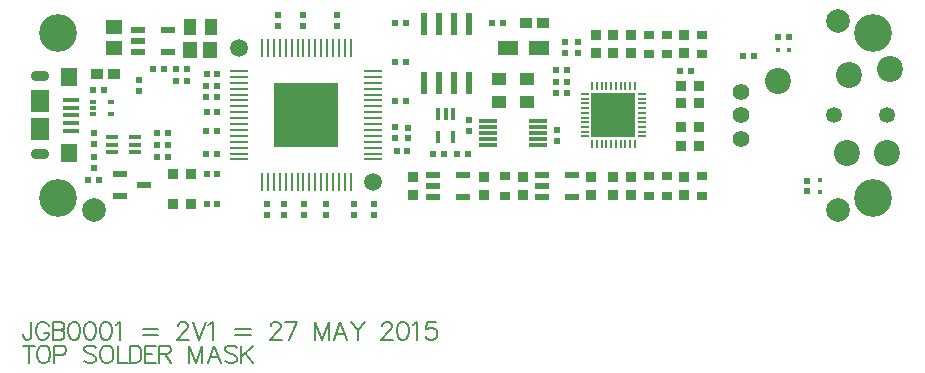
<source format=gts>
%FSAX43Y43*%
%MOMM*%
G71*
G01*
G75*
G04 Layer_Color=8388736*
%ADD10R,0.590X0.600*%
%ADD11R,0.630X0.610*%
%ADD12R,0.600X0.590*%
%ADD13R,0.610X0.630*%
%ADD14R,0.590X1.910*%
%ADD15R,0.550X0.300*%
%ADD16R,1.210X0.590*%
%ADD17R,1.280X0.590*%
%ADD18R,1.090X0.400*%
%ADD19R,0.400X1.090*%
%ADD20R,1.520X0.330*%
%ADD21R,0.930X0.790*%
%ADD22R,1.600X0.280*%
%ADD23C,0.750*%
%ADD24R,5.500X5.500*%
%ADD25R,0.280X1.600*%
%ADD26R,3.700X3.700*%
%ADD27O,0.800X0.220*%
%ADD28O,0.220X0.800*%
%ADD29R,1.270X1.020*%
%ADD30R,0.910X0.930*%
%ADD31R,1.140X1.470*%
%ADD32R,1.000X0.970*%
%ADD33C,1.000*%
%ADD34R,0.400X0.350*%
%ADD35R,1.350X0.400*%
%ADD36R,1.600X1.900*%
%ADD37R,1.400X1.600*%
%ADD38R,1.800X1.230*%
%ADD39R,1.160X1.470*%
%ADD40R,0.930X0.920*%
%ADD41R,0.920X0.930*%
%ADD42R,1.470X1.160*%
%ADD43R,0.350X0.400*%
%ADD44C,0.250*%
%ADD45C,0.150*%
%ADD46C,0.300*%
%ADD47C,0.500*%
%ADD48C,0.280*%
%ADD49C,0.400*%
%ADD50C,0.220*%
%ADD51C,0.160*%
%ADD52C,0.200*%
%ADD53C,0.600*%
%ADD54C,0.800*%
%ADD55C,0.590*%
%ADD56C,0.260*%
%ADD57R,1.200X1.600*%
%ADD58R,1.600X1.100*%
%ADD59R,1.200X1.600*%
%ADD60R,1.100X1.600*%
%ADD61C,1.400*%
%ADD62C,2.200*%
G04:AMPARAMS|DCode=63|XSize=0.9mm|YSize=1.6mm|CornerRadius=0.45mm|HoleSize=0mm|Usage=FLASHONLY|Rotation=270.000|XOffset=0mm|YOffset=0mm|HoleType=Round|Shape=RoundedRectangle|*
%AMROUNDEDRECTD63*
21,1,0.900,0.700,0,0,270.0*
21,1,0.000,1.600,0,0,270.0*
1,1,0.900,-0.350,0.000*
1,1,0.900,-0.350,0.000*
1,1,0.900,0.350,0.000*
1,1,0.900,0.350,0.000*
%
%ADD63ROUNDEDRECTD63*%
%ADD64C,0.600*%
%ADD65C,1.000*%
%ADD66C,1.800*%
G04:AMPARAMS|DCode=67|XSize=1.8mm|YSize=1.8mm|CornerRadius=0mm|HoleSize=0mm|Usage=FLASHONLY|Rotation=0.000|XOffset=0mm|YOffset=0mm|HoleType=Round|Shape=Relief|Width=0.2mm|Gap=0.25mm|Entries=4|*
%AMTHD67*
7,0,0,1.800,1.300,0.200,45*
%
%ADD67THD67*%
%ADD68C,1.900*%
G04:AMPARAMS|DCode=69|XSize=2.3mm|YSize=2.3mm|CornerRadius=0mm|HoleSize=0mm|Usage=FLASHONLY|Rotation=0.000|XOffset=0mm|YOffset=0mm|HoleType=Round|Shape=Relief|Width=0.2mm|Gap=0.25mm|Entries=4|*
%AMTHD69*
7,0,0,2.300,1.800,0.200,45*
%
%ADD69THD69*%
%ADD70O,1.800X1.100*%
%ADD71C,3.650*%
%ADD72C,0.850*%
%ADD73C,1.200*%
%ADD74C,0.120*%
%ADD75C,1.500*%
%ADD76C,2.000*%
%ADD77C,1.350*%
%ADD78C,3.200*%
D10*
X0211545Y0169500D02*
D03*
X0212455D02*
D03*
X0191345Y0162500D02*
D03*
X0192255D02*
D03*
Y0163500D02*
D03*
X0191345D02*
D03*
X0191955Y0168900D02*
D03*
X0191045D02*
D03*
X0193855D02*
D03*
X0192945D02*
D03*
X0196455Y0160000D02*
D03*
X0195545D02*
D03*
X0196455Y0157500D02*
D03*
X0195545D02*
D03*
X0214745Y0161700D02*
D03*
X0215655D02*
D03*
X0196455Y0165300D02*
D03*
X0195545D02*
D03*
X0196455Y0168500D02*
D03*
X0195545D02*
D03*
X0192255Y0161500D02*
D03*
X0191345D02*
D03*
X0226055Y0167800D02*
D03*
X0225145D02*
D03*
X0226055Y0166900D02*
D03*
X0225145D02*
D03*
D11*
X0205700Y0157460D02*
D03*
Y0156540D02*
D03*
X0186000Y0160540D02*
D03*
Y0161460D02*
D03*
X0227000Y0170240D02*
D03*
Y0171160D02*
D03*
X0225200Y0162840D02*
D03*
Y0163760D02*
D03*
X0217800Y0163640D02*
D03*
Y0164560D02*
D03*
X0201600Y0172540D02*
D03*
Y0173460D02*
D03*
X0200700Y0156540D02*
D03*
Y0157460D02*
D03*
X0206600Y0173460D02*
D03*
Y0172540D02*
D03*
X0203800Y0157460D02*
D03*
Y0156540D02*
D03*
X0211500Y0163960D02*
D03*
Y0163040D02*
D03*
X0203700Y0172540D02*
D03*
Y0173460D02*
D03*
X0246400Y0158540D02*
D03*
Y0159460D02*
D03*
X0189800Y0167040D02*
D03*
Y0167960D02*
D03*
X0186000Y0162540D02*
D03*
Y0163460D02*
D03*
X0225900Y0170240D02*
D03*
Y0171160D02*
D03*
D12*
X0208000Y0156545D02*
D03*
Y0157455D02*
D03*
X0209700D02*
D03*
Y0156545D02*
D03*
X0202100Y0157455D02*
D03*
Y0156545D02*
D03*
X0212600Y0163955D02*
D03*
Y0163045D02*
D03*
D13*
X0211540Y0172800D02*
D03*
X0212460D02*
D03*
X0195540Y0163700D02*
D03*
X0196460D02*
D03*
X0219740Y0172800D02*
D03*
X0220660D02*
D03*
X0192940Y0167900D02*
D03*
X0193860D02*
D03*
X0217660Y0161700D02*
D03*
X0216740D02*
D03*
X0196460D02*
D03*
X0195540D02*
D03*
Y0167500D02*
D03*
X0196460D02*
D03*
X0212460Y0166200D02*
D03*
X0211540D02*
D03*
X0211640Y0162000D02*
D03*
X0212560D02*
D03*
X0185540Y0159500D02*
D03*
X0186460D02*
D03*
X0186860Y0167100D02*
D03*
X0185940D02*
D03*
X0195540Y0166500D02*
D03*
X0196460D02*
D03*
X0244860Y0171600D02*
D03*
X0243940D02*
D03*
X0235640Y0168700D02*
D03*
X0236560D02*
D03*
X0240940Y0170000D02*
D03*
X0241860D02*
D03*
X0226060Y0168800D02*
D03*
X0225140D02*
D03*
D14*
X0213995Y0167695D02*
D03*
X0215265D02*
D03*
X0216535D02*
D03*
X0217805D02*
D03*
Y0172705D02*
D03*
X0216535D02*
D03*
X0215265D02*
D03*
X0213995D02*
D03*
D15*
X0187490Y0166075D02*
D03*
Y0165075D02*
D03*
X0185910D02*
D03*
Y0165575D02*
D03*
Y0166075D02*
D03*
D16*
X0223945Y0159950D02*
D03*
Y0159000D02*
D03*
Y0158050D02*
D03*
X0226455D02*
D03*
Y0159950D02*
D03*
X0189745Y0172250D02*
D03*
Y0171300D02*
D03*
Y0170350D02*
D03*
X0192255Y0172250D02*
D03*
Y0170350D02*
D03*
X0214745Y0158050D02*
D03*
X0217255D02*
D03*
Y0159950D02*
D03*
X0214745Y0159000D02*
D03*
Y0159950D02*
D03*
D17*
X0188185Y0160050D02*
D03*
Y0158150D02*
D03*
X0190215Y0159100D02*
D03*
D18*
X0189465Y0161850D02*
D03*
Y0162500D02*
D03*
Y0163150D02*
D03*
X0187535D02*
D03*
Y0162500D02*
D03*
Y0161850D02*
D03*
D19*
X0216450Y0165065D02*
D03*
X0215800D02*
D03*
X0215150D02*
D03*
X0216450Y0163135D02*
D03*
X0215150D02*
D03*
D20*
X0223605Y0164500D02*
D03*
Y0164000D02*
D03*
Y0163500D02*
D03*
Y0163000D02*
D03*
Y0162500D02*
D03*
X0219395D02*
D03*
Y0163000D02*
D03*
Y0163500D02*
D03*
Y0164000D02*
D03*
Y0164500D02*
D03*
D21*
X0220800Y0158180D02*
D03*
Y0159820D02*
D03*
X0237500Y0171820D02*
D03*
Y0170180D02*
D03*
X0233000Y0171820D02*
D03*
Y0170180D02*
D03*
X0234500D02*
D03*
Y0171820D02*
D03*
X0234500Y0159820D02*
D03*
Y0158180D02*
D03*
X0237500D02*
D03*
Y0159820D02*
D03*
X0233000Y0158180D02*
D03*
Y0159820D02*
D03*
D22*
X0198320Y0164250D02*
D03*
Y0164750D02*
D03*
X0209680Y0168750D02*
D03*
Y0168250D02*
D03*
Y0167750D02*
D03*
Y0167250D02*
D03*
Y0166750D02*
D03*
Y0166250D02*
D03*
Y0165750D02*
D03*
Y0165250D02*
D03*
Y0164750D02*
D03*
Y0164250D02*
D03*
Y0163750D02*
D03*
Y0163250D02*
D03*
Y0162750D02*
D03*
Y0162250D02*
D03*
Y0161750D02*
D03*
Y0161250D02*
D03*
X0198320D02*
D03*
Y0161750D02*
D03*
Y0162250D02*
D03*
Y0162750D02*
D03*
Y0163250D02*
D03*
Y0163750D02*
D03*
Y0165250D02*
D03*
Y0165750D02*
D03*
Y0166250D02*
D03*
Y0166750D02*
D03*
Y0167250D02*
D03*
Y0167750D02*
D03*
Y0168250D02*
D03*
Y0168750D02*
D03*
D24*
X0204000Y0165000D02*
D03*
D25*
X0207750Y0159320D02*
D03*
X0207250D02*
D03*
X0206750D02*
D03*
X0206250D02*
D03*
X0205750D02*
D03*
X0205250D02*
D03*
X0204750D02*
D03*
X0204250D02*
D03*
X0203750D02*
D03*
X0203250D02*
D03*
X0202750D02*
D03*
X0202250D02*
D03*
X0201750D02*
D03*
X0201250D02*
D03*
X0200750D02*
D03*
X0200250D02*
D03*
Y0170680D02*
D03*
X0200750D02*
D03*
X0201250D02*
D03*
X0201750D02*
D03*
X0202250D02*
D03*
X0202750D02*
D03*
X0203250D02*
D03*
X0203750D02*
D03*
X0204250D02*
D03*
X0204750D02*
D03*
X0205250D02*
D03*
X0205750D02*
D03*
X0206250D02*
D03*
X0206750D02*
D03*
X0207250D02*
D03*
X0207750D02*
D03*
D26*
X0230000Y0165000D02*
D03*
D27*
X0227550Y0163200D02*
D03*
Y0163600D02*
D03*
Y0164000D02*
D03*
Y0164400D02*
D03*
Y0164800D02*
D03*
Y0165200D02*
D03*
Y0165600D02*
D03*
Y0166000D02*
D03*
Y0166400D02*
D03*
Y0166800D02*
D03*
X0232450D02*
D03*
Y0166400D02*
D03*
Y0166000D02*
D03*
Y0165600D02*
D03*
Y0165200D02*
D03*
Y0164800D02*
D03*
Y0164400D02*
D03*
Y0164000D02*
D03*
Y0163600D02*
D03*
Y0163200D02*
D03*
D28*
X0228200Y0167450D02*
D03*
X0228600D02*
D03*
X0229000D02*
D03*
X0229400D02*
D03*
X0229800D02*
D03*
X0230200D02*
D03*
X0230600D02*
D03*
X0231000D02*
D03*
X0231400D02*
D03*
X0231800D02*
D03*
Y0162550D02*
D03*
X0231400D02*
D03*
X0231000D02*
D03*
X0230600D02*
D03*
X0230200D02*
D03*
X0229800D02*
D03*
X0229400D02*
D03*
X0229000D02*
D03*
X0228600D02*
D03*
X0228200D02*
D03*
D29*
X0220330Y0166155D02*
D03*
X0222670D02*
D03*
Y0168045D02*
D03*
X0220330D02*
D03*
D30*
X0194260Y0157500D02*
D03*
X0192740D02*
D03*
X0194260Y0160000D02*
D03*
X0192740D02*
D03*
D31*
X0194110Y0172500D02*
D03*
X0195890D02*
D03*
D32*
X0222565Y0172800D02*
D03*
X0224035D02*
D03*
X0186265Y0168500D02*
D03*
X0187735D02*
D03*
D34*
X0247500Y0158525D02*
D03*
Y0159475D02*
D03*
D35*
X0184100Y0165000D02*
D03*
Y0165650D02*
D03*
Y0163700D02*
D03*
Y0164350D02*
D03*
Y0166300D02*
D03*
D36*
X0181425Y0163800D02*
D03*
Y0166200D02*
D03*
D37*
X0183875Y0161800D02*
D03*
X0183875Y0168200D02*
D03*
D38*
X0223710Y0170700D02*
D03*
X0221090D02*
D03*
D39*
X0194125Y0170500D02*
D03*
X0195875D02*
D03*
D40*
X0213000Y0158245D02*
D03*
Y0159755D02*
D03*
X0230000D02*
D03*
Y0158245D02*
D03*
X0236000Y0170245D02*
D03*
Y0171755D02*
D03*
X0231500Y0170245D02*
D03*
Y0171755D02*
D03*
X0231500Y0159755D02*
D03*
Y0158245D02*
D03*
X0236000Y0159755D02*
D03*
Y0158245D02*
D03*
X0228100D02*
D03*
Y0159755D02*
D03*
X0219000Y0158245D02*
D03*
Y0159755D02*
D03*
X0228500Y0170245D02*
D03*
Y0171755D02*
D03*
X0230000Y0170245D02*
D03*
Y0171755D02*
D03*
X0222300Y0159755D02*
D03*
Y0158245D02*
D03*
D41*
X0235745Y0167500D02*
D03*
X0237255D02*
D03*
Y0166000D02*
D03*
X0235745D02*
D03*
Y0164000D02*
D03*
X0237255D02*
D03*
X0237255Y0162400D02*
D03*
X0235745D02*
D03*
D42*
X0187700Y0172475D02*
D03*
Y0170725D02*
D03*
D43*
X0244875Y0170500D02*
D03*
X0243925D02*
D03*
D45*
X0180500Y0145500D02*
Y0144000D01*
X0180000Y0145500D02*
X0181000D01*
X0181607D02*
X0181464Y0145428D01*
X0181321Y0145285D01*
X0181250Y0145143D01*
X0181178Y0144928D01*
Y0144571D01*
X0181250Y0144357D01*
X0181321Y0144214D01*
X0181464Y0144071D01*
X0181607Y0144000D01*
X0181892D01*
X0182035Y0144071D01*
X0182178Y0144214D01*
X0182250Y0144357D01*
X0182321Y0144571D01*
Y0144928D01*
X0182250Y0145143D01*
X0182178Y0145285D01*
X0182035Y0145428D01*
X0181892Y0145500D01*
X0181607D01*
X0182671Y0144714D02*
X0183314D01*
X0183528Y0144786D01*
X0183599Y0144857D01*
X0183671Y0145000D01*
Y0145214D01*
X0183599Y0145357D01*
X0183528Y0145428D01*
X0183314Y0145500D01*
X0182671D01*
Y0144000D01*
X0186184Y0145285D02*
X0186042Y0145428D01*
X0185827Y0145500D01*
X0185542D01*
X0185327Y0145428D01*
X0185185Y0145285D01*
Y0145143D01*
X0185256Y0145000D01*
X0185327Y0144928D01*
X0185470Y0144857D01*
X0185899Y0144714D01*
X0186042Y0144643D01*
X0186113Y0144571D01*
X0186184Y0144428D01*
Y0144214D01*
X0186042Y0144071D01*
X0185827Y0144000D01*
X0185542D01*
X0185327Y0144071D01*
X0185185Y0144214D01*
X0186949Y0145500D02*
X0186806Y0145428D01*
X0186663Y0145285D01*
X0186591Y0145143D01*
X0186520Y0144928D01*
Y0144571D01*
X0186591Y0144357D01*
X0186663Y0144214D01*
X0186806Y0144071D01*
X0186949Y0144000D01*
X0187234D01*
X0187377Y0144071D01*
X0187520Y0144214D01*
X0187591Y0144357D01*
X0187663Y0144571D01*
Y0144928D01*
X0187591Y0145143D01*
X0187520Y0145285D01*
X0187377Y0145428D01*
X0187234Y0145500D01*
X0186949D01*
X0188013D02*
Y0144000D01*
X0188870D01*
X0189034Y0145500D02*
Y0144000D01*
Y0145500D02*
X0189534D01*
X0189748Y0145428D01*
X0189891Y0145285D01*
X0189962Y0145143D01*
X0190034Y0144928D01*
Y0144571D01*
X0189962Y0144357D01*
X0189891Y0144214D01*
X0189748Y0144071D01*
X0189534Y0144000D01*
X0189034D01*
X0191298Y0145500D02*
X0190369D01*
Y0144000D01*
X0191298D01*
X0190369Y0144786D02*
X0190941D01*
X0191548Y0145500D02*
Y0144000D01*
Y0145500D02*
X0192190D01*
X0192404Y0145428D01*
X0192476Y0145357D01*
X0192547Y0145214D01*
Y0145071D01*
X0192476Y0144928D01*
X0192404Y0144857D01*
X0192190Y0144786D01*
X0191548D01*
X0192047D02*
X0192547Y0144000D01*
X0194061Y0145500D02*
Y0144000D01*
Y0145500D02*
X0194633Y0144000D01*
X0195204Y0145500D02*
X0194633Y0144000D01*
X0195204Y0145500D02*
Y0144000D01*
X0196775D02*
X0196204Y0145500D01*
X0195632Y0144000D01*
X0195847Y0144500D02*
X0196561D01*
X0198125Y0145285D02*
X0197982Y0145428D01*
X0197768Y0145500D01*
X0197482D01*
X0197268Y0145428D01*
X0197125Y0145285D01*
Y0145143D01*
X0197196Y0145000D01*
X0197268Y0144928D01*
X0197411Y0144857D01*
X0197839Y0144714D01*
X0197982Y0144643D01*
X0198053Y0144571D01*
X0198125Y0144428D01*
Y0144214D01*
X0197982Y0144071D01*
X0197768Y0144000D01*
X0197482D01*
X0197268Y0144071D01*
X0197125Y0144214D01*
X0198460Y0145500D02*
Y0144000D01*
X0199460Y0145500D02*
X0198460Y0144500D01*
X0198817Y0144857D02*
X0199460Y0144000D01*
X0180714Y0147500D02*
Y0146357D01*
X0180643Y0146143D01*
X0180571Y0146071D01*
X0180428Y0146000D01*
X0180286D01*
X0180143Y0146071D01*
X0180071Y0146143D01*
X0180000Y0146357D01*
Y0146500D01*
X0182171Y0147143D02*
X0182100Y0147285D01*
X0181957Y0147428D01*
X0181814Y0147500D01*
X0181528D01*
X0181385Y0147428D01*
X0181243Y0147285D01*
X0181171Y0147143D01*
X0181100Y0146928D01*
Y0146571D01*
X0181171Y0146357D01*
X0181243Y0146214D01*
X0181385Y0146071D01*
X0181528Y0146000D01*
X0181814D01*
X0181957Y0146071D01*
X0182100Y0146214D01*
X0182171Y0146357D01*
Y0146571D01*
X0181814D02*
X0182171D01*
X0182514Y0147500D02*
Y0146000D01*
Y0147500D02*
X0183156D01*
X0183371Y0147428D01*
X0183442Y0147357D01*
X0183514Y0147214D01*
Y0147071D01*
X0183442Y0146928D01*
X0183371Y0146857D01*
X0183156Y0146786D01*
X0182514D02*
X0183156D01*
X0183371Y0146714D01*
X0183442Y0146643D01*
X0183514Y0146500D01*
Y0146286D01*
X0183442Y0146143D01*
X0183371Y0146071D01*
X0183156Y0146000D01*
X0182514D01*
X0184278Y0147500D02*
X0184063Y0147428D01*
X0183921Y0147214D01*
X0183849Y0146857D01*
Y0146643D01*
X0183921Y0146286D01*
X0184063Y0146071D01*
X0184278Y0146000D01*
X0184420D01*
X0184635Y0146071D01*
X0184778Y0146286D01*
X0184849Y0146643D01*
Y0146857D01*
X0184778Y0147214D01*
X0184635Y0147428D01*
X0184420Y0147500D01*
X0184278D01*
X0185613D02*
X0185399Y0147428D01*
X0185256Y0147214D01*
X0185185Y0146857D01*
Y0146643D01*
X0185256Y0146286D01*
X0185399Y0146071D01*
X0185613Y0146000D01*
X0185756D01*
X0185970Y0146071D01*
X0186113Y0146286D01*
X0186184Y0146643D01*
Y0146857D01*
X0186113Y0147214D01*
X0185970Y0147428D01*
X0185756Y0147500D01*
X0185613D01*
X0186949D02*
X0186734Y0147428D01*
X0186591Y0147214D01*
X0186520Y0146857D01*
Y0146643D01*
X0186591Y0146286D01*
X0186734Y0146071D01*
X0186949Y0146000D01*
X0187091D01*
X0187306Y0146071D01*
X0187448Y0146286D01*
X0187520Y0146643D01*
Y0146857D01*
X0187448Y0147214D01*
X0187306Y0147428D01*
X0187091Y0147500D01*
X0186949D01*
X0187855Y0147214D02*
X0187998Y0147285D01*
X0188213Y0147500D01*
Y0146000D01*
X0190134Y0146857D02*
X0191419D01*
X0190134Y0146428D02*
X0191419D01*
X0193111Y0147143D02*
Y0147214D01*
X0193183Y0147357D01*
X0193254Y0147428D01*
X0193397Y0147500D01*
X0193683D01*
X0193826Y0147428D01*
X0193897Y0147357D01*
X0193968Y0147214D01*
Y0147071D01*
X0193897Y0146928D01*
X0193754Y0146714D01*
X0193040Y0146000D01*
X0194040D01*
X0194375Y0147500D02*
X0194947Y0146000D01*
X0195518Y0147500D02*
X0194947Y0146000D01*
X0195711Y0147214D02*
X0195854Y0147285D01*
X0196068Y0147500D01*
Y0146000D01*
X0197989Y0146857D02*
X0199274D01*
X0197989Y0146428D02*
X0199274D01*
X0200967Y0147143D02*
Y0147214D01*
X0201038Y0147357D01*
X0201110Y0147428D01*
X0201253Y0147500D01*
X0201538D01*
X0201681Y0147428D01*
X0201752Y0147357D01*
X0201824Y0147214D01*
Y0147071D01*
X0201752Y0146928D01*
X0201610Y0146714D01*
X0200896Y0146000D01*
X0201895D01*
X0203231Y0147500D02*
X0202517Y0146000D01*
X0202231Y0147500D02*
X0203231D01*
X0204745D02*
Y0146000D01*
Y0147500D02*
X0205316Y0146000D01*
X0205887Y0147500D02*
X0205316Y0146000D01*
X0205887Y0147500D02*
Y0146000D01*
X0207458D02*
X0206887Y0147500D01*
X0206316Y0146000D01*
X0206530Y0146500D02*
X0207244D01*
X0207808Y0147500D02*
X0208380Y0146786D01*
Y0146000D01*
X0208951Y0147500D02*
X0208380Y0146786D01*
X0210393Y0147143D02*
Y0147214D01*
X0210465Y0147357D01*
X0210536Y0147428D01*
X0210679Y0147500D01*
X0210965D01*
X0211108Y0147428D01*
X0211179Y0147357D01*
X0211250Y0147214D01*
Y0147071D01*
X0211179Y0146928D01*
X0211036Y0146714D01*
X0210322Y0146000D01*
X0211322D01*
X0212086Y0147500D02*
X0211872Y0147428D01*
X0211729Y0147214D01*
X0211658Y0146857D01*
Y0146643D01*
X0211729Y0146286D01*
X0211872Y0146071D01*
X0212086Y0146000D01*
X0212229D01*
X0212443Y0146071D01*
X0212586Y0146286D01*
X0212657Y0146643D01*
Y0146857D01*
X0212586Y0147214D01*
X0212443Y0147428D01*
X0212229Y0147500D01*
X0212086D01*
X0212993Y0147214D02*
X0213136Y0147285D01*
X0213350Y0147500D01*
Y0146000D01*
X0214950Y0147500D02*
X0214236D01*
X0214164Y0146857D01*
X0214236Y0146928D01*
X0214450Y0147000D01*
X0214664D01*
X0214878Y0146928D01*
X0215021Y0146786D01*
X0215092Y0146571D01*
Y0146428D01*
X0215021Y0146214D01*
X0214878Y0146071D01*
X0214664Y0146000D01*
X0214450D01*
X0214236Y0146071D01*
X0214164Y0146143D01*
X0214093Y0146286D01*
D61*
X0240800Y0165000D02*
D03*
Y0167000D02*
D03*
Y0163000D02*
D03*
D62*
X0243900Y0167900D02*
D03*
X0249900Y0168400D02*
D03*
X0253400Y0168900D02*
D03*
X0249800Y0161800D02*
D03*
X0253200D02*
D03*
D63*
X0181425Y0161700D02*
D03*
Y0168300D02*
D03*
D75*
X0209680Y0159320D02*
D03*
X0198320Y0170680D02*
D03*
D76*
X0186000Y0157000D02*
D03*
X0249000D02*
D03*
Y0173000D02*
D03*
D77*
X0253200Y0165000D02*
D03*
X0248700D02*
D03*
D78*
X0183000Y0158000D02*
D03*
Y0172000D02*
D03*
X0252000D02*
D03*
Y0158000D02*
D03*
M02*

</source>
